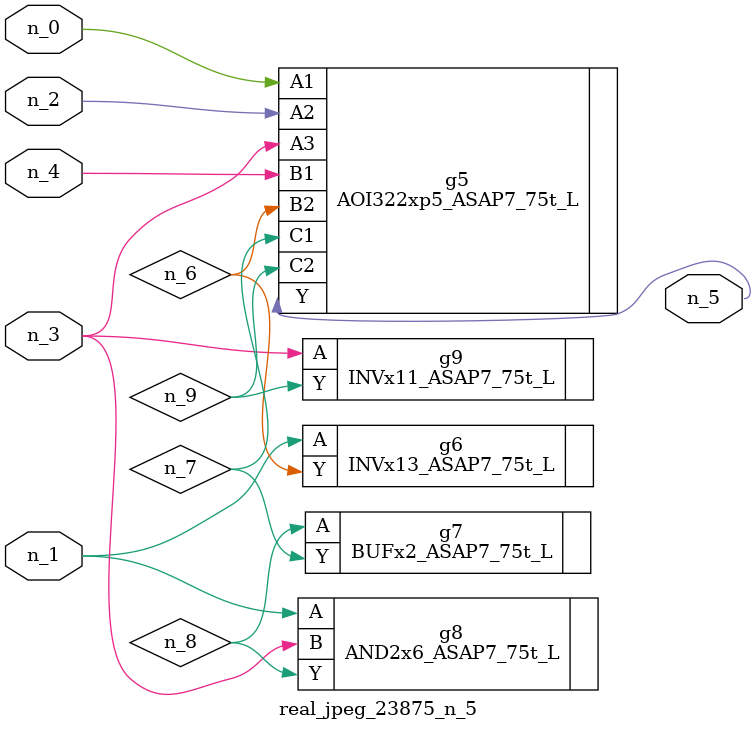
<source format=v>
module real_jpeg_23875_n_5 (n_4, n_0, n_1, n_2, n_3, n_5);

input n_4;
input n_0;
input n_1;
input n_2;
input n_3;

output n_5;

wire n_8;
wire n_6;
wire n_7;
wire n_9;

AOI322xp5_ASAP7_75t_L g5 ( 
.A1(n_0),
.A2(n_2),
.A3(n_3),
.B1(n_4),
.B2(n_6),
.C1(n_7),
.C2(n_9),
.Y(n_5)
);

INVx13_ASAP7_75t_L g6 ( 
.A(n_1),
.Y(n_6)
);

AND2x6_ASAP7_75t_L g8 ( 
.A(n_1),
.B(n_3),
.Y(n_8)
);

INVx11_ASAP7_75t_L g9 ( 
.A(n_3),
.Y(n_9)
);

BUFx2_ASAP7_75t_L g7 ( 
.A(n_8),
.Y(n_7)
);


endmodule
</source>
